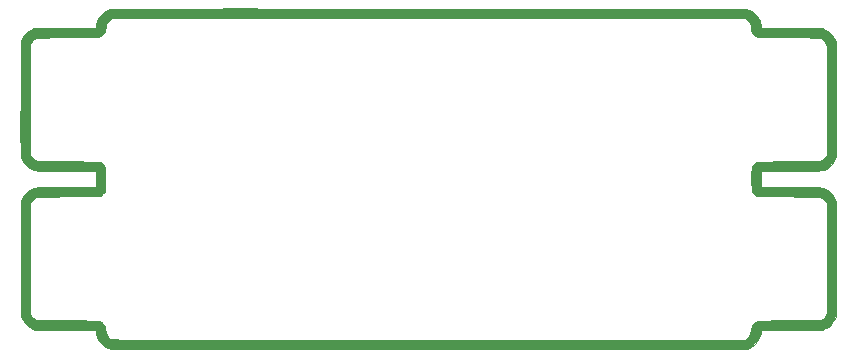
<source format=gbr>
G04 #@! TF.GenerationSoftware,KiCad,Pcbnew,5.0.2-bee76a0~70~ubuntu18.04.1*
G04 #@! TF.CreationDate,2019-04-15T09:41:49+02:00*
G04 #@! TF.ProjectId,DIMMTop,44494d4d-546f-4702-9e6b-696361645f70,rev?*
G04 #@! TF.SameCoordinates,Original*
G04 #@! TF.FileFunction,Copper,L1,Top*
G04 #@! TF.FilePolarity,Positive*
%FSLAX46Y46*%
G04 Gerber Fmt 4.6, Leading zero omitted, Abs format (unit mm)*
G04 Created by KiCad (PCBNEW 5.0.2-bee76a0~70~ubuntu18.04.1) date Mo 15 Apr 2019 09:41:49 CEST*
%MOMM*%
%LPD*%
G01*
G04 APERTURE LIST*
G04 #@! TA.AperFunction,EtchedComponent*
%ADD10C,0.010000*%
G04 #@! TD*
G04 APERTURE END LIST*
D10*
G04 #@! TO.C,G\002A\002A\002A*
G36*
X85003540Y-86554398D02*
X86100491Y-86554536D01*
X87263465Y-86554762D01*
X88494425Y-86555068D01*
X89795333Y-86555450D01*
X91168151Y-86555903D01*
X92614840Y-86556421D01*
X94137364Y-86556998D01*
X95737683Y-86557630D01*
X97417761Y-86558311D01*
X99179560Y-86559035D01*
X100094666Y-86559413D01*
X126912833Y-86570500D01*
X127166521Y-86672635D01*
X127394509Y-86797670D01*
X127621804Y-86979757D01*
X127823069Y-87194945D01*
X127972965Y-87419285D01*
X127987892Y-87448985D01*
X128048894Y-87605120D01*
X128104101Y-87795375D01*
X128131531Y-87924009D01*
X128178443Y-88197881D01*
X130784138Y-88209691D01*
X133389833Y-88221500D01*
X133625835Y-88337484D01*
X133914191Y-88522725D01*
X134167741Y-88770803D01*
X134366408Y-89061182D01*
X134402168Y-89131667D01*
X134532833Y-89406834D01*
X134544318Y-94148167D01*
X134546069Y-94883193D01*
X134547515Y-95538444D01*
X134548581Y-96118815D01*
X134549197Y-96629196D01*
X134549290Y-97074481D01*
X134548787Y-97459562D01*
X134547617Y-97789331D01*
X134545707Y-98068681D01*
X134542985Y-98302504D01*
X134539379Y-98495693D01*
X134534817Y-98653140D01*
X134529227Y-98779738D01*
X134522536Y-98880379D01*
X134514672Y-98959956D01*
X134505563Y-99023360D01*
X134495136Y-99075485D01*
X134483321Y-99121223D01*
X134470292Y-99164667D01*
X134323126Y-99501405D01*
X134107024Y-99790088D01*
X133824632Y-100027882D01*
X133503105Y-100201616D01*
X133459225Y-100219176D01*
X133411280Y-100234187D01*
X133352500Y-100246886D01*
X133276115Y-100257510D01*
X133175358Y-100266297D01*
X133043457Y-100273483D01*
X132873644Y-100279306D01*
X132659149Y-100284002D01*
X132393202Y-100287809D01*
X132069035Y-100290965D01*
X131679878Y-100293705D01*
X131218960Y-100296268D01*
X130733416Y-100298636D01*
X128161666Y-100310771D01*
X128161666Y-101662334D01*
X130629272Y-101662334D01*
X131183002Y-101662475D01*
X131659018Y-101663313D01*
X132064273Y-101665471D01*
X132405721Y-101669571D01*
X132690314Y-101676236D01*
X132925006Y-101686088D01*
X133116748Y-101699749D01*
X133272496Y-101717842D01*
X133399200Y-101740990D01*
X133503815Y-101769814D01*
X133593293Y-101804938D01*
X133674587Y-101846984D01*
X133754651Y-101896574D01*
X133832806Y-101949127D01*
X134107544Y-102184848D01*
X134323091Y-102472062D01*
X134468170Y-102795641D01*
X134471187Y-102805334D01*
X134484301Y-102849736D01*
X134495969Y-102896053D01*
X134506262Y-102949178D01*
X134515251Y-103014004D01*
X134523007Y-103095424D01*
X134529603Y-103198330D01*
X134535109Y-103327616D01*
X134539596Y-103488175D01*
X134543137Y-103684899D01*
X134545801Y-103922682D01*
X134547662Y-104206416D01*
X134548789Y-104540994D01*
X134549254Y-104931310D01*
X134549129Y-105382256D01*
X134548485Y-105898725D01*
X134547393Y-106485611D01*
X134545925Y-107147805D01*
X134544318Y-107821834D01*
X134532833Y-112563167D01*
X134402168Y-112838334D01*
X134218935Y-113135525D01*
X133976210Y-113395131D01*
X133694070Y-113596616D01*
X133625835Y-113632517D01*
X133389833Y-113748500D01*
X130784138Y-113760310D01*
X128178443Y-113772119D01*
X128131531Y-114045992D01*
X128030440Y-114407789D01*
X127862188Y-114726154D01*
X127633527Y-114993468D01*
X127351213Y-115202112D01*
X127021999Y-115344468D01*
X126966342Y-115360340D01*
X126941933Y-115364399D01*
X126898673Y-115368273D01*
X126834710Y-115371965D01*
X126748192Y-115375480D01*
X126637269Y-115378821D01*
X126500087Y-115381993D01*
X126334795Y-115384999D01*
X126139541Y-115387844D01*
X125912473Y-115390530D01*
X125651739Y-115393063D01*
X125355489Y-115395446D01*
X125021869Y-115397683D01*
X124649027Y-115399778D01*
X124235113Y-115401736D01*
X123778274Y-115403559D01*
X123276659Y-115405251D01*
X122728415Y-115406818D01*
X122131691Y-115408262D01*
X121484634Y-115409589D01*
X120785394Y-115410800D01*
X120032118Y-115411902D01*
X119222954Y-115412896D01*
X118356050Y-115413789D01*
X117429556Y-115414582D01*
X116441618Y-115415281D01*
X115390385Y-115415890D01*
X114274006Y-115416411D01*
X113090627Y-115416850D01*
X111838399Y-115417210D01*
X110515467Y-115417495D01*
X109119982Y-115417708D01*
X107650091Y-115417855D01*
X106103941Y-115417939D01*
X104479683Y-115417964D01*
X102775462Y-115417933D01*
X100989428Y-115417851D01*
X99988833Y-115417787D01*
X98187218Y-115417658D01*
X96468308Y-115417525D01*
X94830138Y-115417382D01*
X93270747Y-115417223D01*
X91788172Y-115417042D01*
X90380450Y-115416832D01*
X89045619Y-115416588D01*
X87781715Y-115416304D01*
X86586776Y-115415972D01*
X85458839Y-115415588D01*
X84395942Y-115415145D01*
X83396121Y-115414637D01*
X82457415Y-115414058D01*
X81577860Y-115413402D01*
X80755493Y-115412662D01*
X79988353Y-115411832D01*
X79274476Y-115410907D01*
X78611899Y-115409880D01*
X77998660Y-115408745D01*
X77432796Y-115407495D01*
X76912344Y-115406126D01*
X76435342Y-115404631D01*
X75999827Y-115403003D01*
X75603837Y-115401236D01*
X75245407Y-115399325D01*
X74922577Y-115397263D01*
X74633382Y-115395044D01*
X74375861Y-115392661D01*
X74148051Y-115390110D01*
X73947988Y-115387384D01*
X73773711Y-115384476D01*
X73623256Y-115381380D01*
X73494661Y-115378091D01*
X73385963Y-115374602D01*
X73295199Y-115370907D01*
X73220407Y-115367000D01*
X73159623Y-115362875D01*
X73110886Y-115358525D01*
X73072233Y-115353945D01*
X73041700Y-115349129D01*
X73017325Y-115344070D01*
X72997146Y-115338762D01*
X72980166Y-115333513D01*
X72647468Y-115183233D01*
X72365087Y-114968177D01*
X72138990Y-114695692D01*
X71975142Y-114373122D01*
X71879510Y-114007812D01*
X71874302Y-113971981D01*
X71847162Y-113772128D01*
X66630166Y-113748500D01*
X66394164Y-113632517D01*
X66105808Y-113447276D01*
X65852258Y-113199197D01*
X65653591Y-112908819D01*
X65617831Y-112838334D01*
X65487166Y-112563167D01*
X65487166Y-102868834D01*
X65584855Y-102658550D01*
X65772990Y-102345264D01*
X66020273Y-102075841D01*
X66201689Y-101936035D01*
X66285773Y-101881503D01*
X66365261Y-101834741D01*
X66447110Y-101795153D01*
X66538277Y-101762141D01*
X66645719Y-101735107D01*
X66776395Y-101713456D01*
X66937262Y-101696589D01*
X67135277Y-101683910D01*
X67377397Y-101674821D01*
X67670581Y-101668726D01*
X68021786Y-101665026D01*
X68437969Y-101663126D01*
X68926087Y-101662428D01*
X69390727Y-101662334D01*
X71858333Y-101662334D01*
X71858333Y-100307667D01*
X69390727Y-100307667D01*
X68837698Y-100307517D01*
X68362372Y-100306666D01*
X67957783Y-100304511D01*
X67616966Y-100300449D01*
X67332957Y-100293877D01*
X67098791Y-100284192D01*
X66907504Y-100270791D01*
X66752131Y-100253071D01*
X66625707Y-100230430D01*
X66521268Y-100202264D01*
X66431849Y-100167971D01*
X66350484Y-100126948D01*
X66270211Y-100078591D01*
X66197602Y-100031252D01*
X65924966Y-99803295D01*
X65708435Y-99522518D01*
X65560739Y-99205816D01*
X65549868Y-99171580D01*
X65536593Y-99126292D01*
X65524780Y-99079561D01*
X65514358Y-99026488D01*
X65505254Y-98962173D01*
X65497396Y-98881717D01*
X65490712Y-98780221D01*
X65485129Y-98652785D01*
X65480575Y-98494510D01*
X65476977Y-98300496D01*
X65474264Y-98065845D01*
X65472363Y-97785657D01*
X65471201Y-97455032D01*
X65470706Y-97069071D01*
X65470806Y-96622875D01*
X65471428Y-96111544D01*
X65472501Y-95530179D01*
X65473951Y-94873882D01*
X65475681Y-94148167D01*
X65479580Y-92538183D01*
X66275752Y-92538183D01*
X66276416Y-93234204D01*
X66277972Y-94011833D01*
X66278840Y-94345617D01*
X66291500Y-98945734D01*
X66418500Y-99125513D01*
X66530395Y-99252734D01*
X66663437Y-99362512D01*
X66714833Y-99393730D01*
X66751425Y-99411741D01*
X66791396Y-99427198D01*
X66841328Y-99440356D01*
X66907797Y-99451470D01*
X66997385Y-99460797D01*
X67116669Y-99468592D01*
X67272230Y-99475111D01*
X67470646Y-99480608D01*
X67718496Y-99485340D01*
X68022360Y-99489563D01*
X68388816Y-99493530D01*
X68824445Y-99497499D01*
X69335825Y-99501724D01*
X69536700Y-99503334D01*
X72189233Y-99524500D01*
X72347410Y-99652561D01*
X72444416Y-99735030D01*
X72519208Y-99813936D01*
X72574662Y-99901443D01*
X72613657Y-100009717D01*
X72639072Y-100150922D01*
X72653784Y-100337225D01*
X72660673Y-100580788D01*
X72662616Y-100893779D01*
X72662666Y-100985000D01*
X72661515Y-101317396D01*
X72656144Y-101577301D01*
X72643673Y-101776879D01*
X72621225Y-101928298D01*
X72585921Y-102043720D01*
X72534884Y-102135312D01*
X72465235Y-102215238D01*
X72374095Y-102295664D01*
X72347410Y-102317440D01*
X72189233Y-102445500D01*
X69536700Y-102466667D01*
X68996863Y-102471045D01*
X68535113Y-102475075D01*
X68144868Y-102479014D01*
X67819550Y-102483117D01*
X67552580Y-102487639D01*
X67337379Y-102492835D01*
X67167367Y-102498962D01*
X67035966Y-102506275D01*
X66936596Y-102515030D01*
X66862677Y-102525481D01*
X66807631Y-102537885D01*
X66764879Y-102552496D01*
X66727841Y-102569572D01*
X66714833Y-102576270D01*
X66585997Y-102666939D01*
X66459904Y-102791710D01*
X66418500Y-102844487D01*
X66291500Y-103024267D01*
X66278840Y-107624383D01*
X66276931Y-108435207D01*
X66275909Y-109163551D01*
X66275789Y-109811600D01*
X66276586Y-110381537D01*
X66278316Y-110875545D01*
X66280995Y-111295808D01*
X66284637Y-111644509D01*
X66289259Y-111923831D01*
X66294875Y-112135958D01*
X66301502Y-112283074D01*
X66309154Y-112367361D01*
X66312499Y-112383952D01*
X66394673Y-112559498D01*
X66525866Y-112728638D01*
X66680155Y-112861390D01*
X66765728Y-112908139D01*
X66810400Y-112920516D01*
X66884561Y-112931075D01*
X66994128Y-112939943D01*
X67145017Y-112947246D01*
X67343145Y-112953111D01*
X67594426Y-112957665D01*
X67904777Y-112961034D01*
X68280115Y-112963345D01*
X68726355Y-112964724D01*
X69249413Y-112965299D01*
X69437656Y-112965334D01*
X69982236Y-112965472D01*
X70448824Y-112966158D01*
X70844094Y-112967802D01*
X71174721Y-112970812D01*
X71447379Y-112975597D01*
X71668743Y-112982565D01*
X71845486Y-112992125D01*
X71984284Y-113004685D01*
X72091810Y-113020655D01*
X72174739Y-113040443D01*
X72239746Y-113064458D01*
X72293505Y-113093108D01*
X72342690Y-113126802D01*
X72366333Y-113144656D01*
X72494385Y-113276126D01*
X72596854Y-113442036D01*
X72655360Y-113609356D01*
X72662449Y-113676837D01*
X72694755Y-113934996D01*
X72783951Y-114171225D01*
X72919676Y-114369012D01*
X73091571Y-114511846D01*
X73221949Y-114568617D01*
X73274005Y-114571419D01*
X73409715Y-114574111D01*
X73628067Y-114576691D01*
X73928049Y-114579157D01*
X74308649Y-114581509D01*
X74768855Y-114583746D01*
X75307653Y-114585865D01*
X75924033Y-114587866D01*
X76616982Y-114589748D01*
X77385487Y-114591508D01*
X78228536Y-114593147D01*
X79145118Y-114594662D01*
X80134220Y-114596053D01*
X81194829Y-114597318D01*
X82325934Y-114598456D01*
X83526522Y-114599466D01*
X84795581Y-114600346D01*
X86132099Y-114601095D01*
X87535064Y-114601712D01*
X89003463Y-114602196D01*
X90536284Y-114602545D01*
X92132515Y-114602758D01*
X93791144Y-114602834D01*
X95511158Y-114602772D01*
X97291546Y-114602570D01*
X99131294Y-114602227D01*
X100080437Y-114602001D01*
X126799707Y-114595167D01*
X126979500Y-114468167D01*
X127160818Y-114298550D01*
X127279106Y-114085443D01*
X127340681Y-113816978D01*
X127344329Y-113782876D01*
X127403694Y-113500167D01*
X127522360Y-113277222D01*
X127701926Y-113111839D01*
X127903400Y-113014962D01*
X127964777Y-113003545D01*
X128080400Y-112993774D01*
X128254189Y-112985576D01*
X128490066Y-112978879D01*
X128791954Y-112973610D01*
X129163773Y-112969697D01*
X129609445Y-112967067D01*
X130132893Y-112965648D01*
X130582343Y-112965334D01*
X131131741Y-112964994D01*
X131602390Y-112963891D01*
X132000207Y-112961898D01*
X132331109Y-112958888D01*
X132601010Y-112954735D01*
X132815827Y-112949311D01*
X132981476Y-112942491D01*
X133103873Y-112934148D01*
X133188934Y-112924154D01*
X133242576Y-112912384D01*
X133254271Y-112908139D01*
X133410205Y-112808300D01*
X133557346Y-112655528D01*
X133669772Y-112479809D01*
X133707500Y-112383952D01*
X133715566Y-112324142D01*
X133722600Y-112202375D01*
X133728618Y-112016468D01*
X133733635Y-111764237D01*
X133737666Y-111443500D01*
X133740728Y-111052073D01*
X133742835Y-110587773D01*
X133744003Y-110048415D01*
X133744247Y-109431817D01*
X133743583Y-108735796D01*
X133742027Y-107958168D01*
X133741159Y-107624383D01*
X133728500Y-103024267D01*
X133601500Y-102844487D01*
X133489604Y-102717266D01*
X133356562Y-102607489D01*
X133305166Y-102576270D01*
X133268574Y-102558259D01*
X133228603Y-102542803D01*
X133178671Y-102529645D01*
X133112202Y-102518530D01*
X133022614Y-102509203D01*
X132903330Y-102501408D01*
X132747769Y-102494889D01*
X132549353Y-102489392D01*
X132301503Y-102484660D01*
X131997639Y-102480438D01*
X131631183Y-102476470D01*
X131195554Y-102472501D01*
X130684174Y-102468276D01*
X130483299Y-102466667D01*
X127830766Y-102445500D01*
X127672589Y-102317440D01*
X127575583Y-102234970D01*
X127500791Y-102156064D01*
X127445337Y-102068557D01*
X127406342Y-101960283D01*
X127380927Y-101819078D01*
X127366215Y-101632776D01*
X127359326Y-101389212D01*
X127357383Y-101076221D01*
X127357333Y-100985000D01*
X127358484Y-100652604D01*
X127363855Y-100392700D01*
X127376326Y-100193121D01*
X127398774Y-100041703D01*
X127434078Y-99926280D01*
X127485115Y-99834689D01*
X127554764Y-99754762D01*
X127645904Y-99674337D01*
X127672589Y-99652561D01*
X127830766Y-99524500D01*
X130483299Y-99503334D01*
X131023136Y-99498956D01*
X131484886Y-99494925D01*
X131875131Y-99490986D01*
X132200449Y-99486884D01*
X132467419Y-99482362D01*
X132682620Y-99477165D01*
X132852632Y-99471038D01*
X132984033Y-99463725D01*
X133083403Y-99454971D01*
X133157322Y-99444520D01*
X133212368Y-99432116D01*
X133255120Y-99417504D01*
X133292158Y-99400428D01*
X133305166Y-99393730D01*
X133434002Y-99303061D01*
X133560095Y-99178290D01*
X133601500Y-99125513D01*
X133728500Y-98945734D01*
X133741159Y-94345617D01*
X133743068Y-93534794D01*
X133744090Y-92806449D01*
X133744210Y-92158401D01*
X133743413Y-91588464D01*
X133741683Y-91094456D01*
X133739004Y-90674193D01*
X133735362Y-90325492D01*
X133730740Y-90046169D01*
X133725124Y-89834042D01*
X133718497Y-89686926D01*
X133710845Y-89602639D01*
X133707500Y-89586048D01*
X133625326Y-89410503D01*
X133494133Y-89241362D01*
X133339844Y-89108610D01*
X133254271Y-89061861D01*
X133209599Y-89049484D01*
X133135438Y-89038925D01*
X133025871Y-89030058D01*
X132874982Y-89022754D01*
X132676854Y-89016889D01*
X132425573Y-89012336D01*
X132115222Y-89008967D01*
X131739884Y-89006656D01*
X131293644Y-89005276D01*
X130770586Y-89004701D01*
X130582343Y-89004667D01*
X130037763Y-89004529D01*
X129571175Y-89003842D01*
X129175905Y-89002198D01*
X128845278Y-88999188D01*
X128572620Y-88994403D01*
X128351256Y-88987435D01*
X128174513Y-88977876D01*
X128035715Y-88965315D01*
X127928189Y-88949345D01*
X127845260Y-88929557D01*
X127780253Y-88905542D01*
X127726494Y-88876892D01*
X127677309Y-88843199D01*
X127653666Y-88825345D01*
X127525614Y-88693874D01*
X127423145Y-88527964D01*
X127364639Y-88360644D01*
X127357550Y-88293163D01*
X127324611Y-88026559D01*
X127232975Y-87787553D01*
X127092130Y-87590952D01*
X126911564Y-87451563D01*
X126785833Y-87400919D01*
X126732117Y-87397701D01*
X126596503Y-87394589D01*
X126381756Y-87391585D01*
X126090646Y-87388687D01*
X125725940Y-87385897D01*
X125290404Y-87383213D01*
X124786808Y-87380636D01*
X124217917Y-87378166D01*
X123586500Y-87375804D01*
X122895325Y-87373548D01*
X122147158Y-87371399D01*
X121344768Y-87369357D01*
X120490922Y-87367422D01*
X119588387Y-87365594D01*
X118639931Y-87363873D01*
X117648322Y-87362258D01*
X116616326Y-87360751D01*
X115546713Y-87359351D01*
X114442248Y-87358058D01*
X113305701Y-87356871D01*
X112139837Y-87355792D01*
X110947426Y-87354819D01*
X109731234Y-87353954D01*
X108494028Y-87353195D01*
X107238578Y-87352544D01*
X105967649Y-87351999D01*
X104684010Y-87351561D01*
X103390427Y-87351230D01*
X102089670Y-87351007D01*
X100784504Y-87350890D01*
X99477699Y-87350880D01*
X98172020Y-87350977D01*
X96870237Y-87351181D01*
X95575115Y-87351492D01*
X94289424Y-87351910D01*
X93015930Y-87352435D01*
X91757401Y-87353066D01*
X90516605Y-87353805D01*
X89296308Y-87354651D01*
X88099280Y-87355603D01*
X86928286Y-87356663D01*
X85786095Y-87357830D01*
X84675474Y-87359103D01*
X83599191Y-87360484D01*
X82560014Y-87361971D01*
X81560709Y-87363565D01*
X80604045Y-87365267D01*
X79692789Y-87367075D01*
X78829708Y-87368990D01*
X78017570Y-87371012D01*
X77259143Y-87373141D01*
X76557194Y-87375377D01*
X75914491Y-87377720D01*
X75333800Y-87380170D01*
X74817891Y-87382727D01*
X74369530Y-87385391D01*
X73991485Y-87388162D01*
X73686523Y-87391040D01*
X73457412Y-87394024D01*
X73306920Y-87397116D01*
X73237813Y-87400315D01*
X73234166Y-87400919D01*
X73033483Y-87498262D01*
X72867255Y-87661919D01*
X72744729Y-87877373D01*
X72675155Y-88130112D01*
X72662666Y-88297839D01*
X72632016Y-88440851D01*
X72552473Y-88602821D01*
X72442653Y-88751601D01*
X72351424Y-88835334D01*
X72303573Y-88868348D01*
X72253941Y-88896581D01*
X72195840Y-88920413D01*
X72122582Y-88940231D01*
X72027480Y-88956415D01*
X71903846Y-88969351D01*
X71744993Y-88979422D01*
X71544232Y-88987011D01*
X71294876Y-88992502D01*
X70990237Y-88996277D01*
X70623628Y-88998722D01*
X70188361Y-89000218D01*
X69677749Y-89001150D01*
X69454556Y-89001446D01*
X68902661Y-89002484D01*
X68429563Y-89004188D01*
X68029395Y-89006691D01*
X67696290Y-89010123D01*
X67424380Y-89014618D01*
X67207798Y-89020306D01*
X67040676Y-89027320D01*
X66917147Y-89035791D01*
X66831343Y-89045851D01*
X66777398Y-89057632D01*
X66765728Y-89061861D01*
X66609794Y-89161701D01*
X66462653Y-89314472D01*
X66350227Y-89490192D01*
X66312499Y-89586048D01*
X66304433Y-89645859D01*
X66297399Y-89767626D01*
X66291381Y-89953533D01*
X66286364Y-90205763D01*
X66282333Y-90526500D01*
X66279271Y-90917927D01*
X66277164Y-91382228D01*
X66275996Y-91921585D01*
X66275752Y-92538183D01*
X65479580Y-92538183D01*
X65487166Y-89406834D01*
X65617831Y-89131667D01*
X65801064Y-88834476D01*
X66043789Y-88574869D01*
X66325929Y-88373384D01*
X66394164Y-88337484D01*
X66630166Y-88221500D01*
X69238664Y-88209686D01*
X71847162Y-88197873D01*
X71874302Y-87998020D01*
X71963373Y-87627490D01*
X72120979Y-87300877D01*
X72341732Y-87024707D01*
X72620239Y-86805509D01*
X72951112Y-86649807D01*
X73001333Y-86633439D01*
X73020252Y-86627715D01*
X73040445Y-86622255D01*
X73063873Y-86617053D01*
X73092500Y-86612104D01*
X73128288Y-86607401D01*
X73173197Y-86602941D01*
X73229191Y-86598718D01*
X73298231Y-86594725D01*
X73382281Y-86590959D01*
X73483300Y-86587413D01*
X73603253Y-86584083D01*
X73744101Y-86580962D01*
X73907806Y-86578045D01*
X74096330Y-86575328D01*
X74311635Y-86572805D01*
X74555684Y-86570469D01*
X74830438Y-86568317D01*
X75137860Y-86566343D01*
X75479912Y-86564541D01*
X75858556Y-86562905D01*
X76275753Y-86561432D01*
X76733467Y-86560114D01*
X77233658Y-86558947D01*
X77778291Y-86557926D01*
X78369325Y-86557045D01*
X79008724Y-86556299D01*
X79698450Y-86555682D01*
X80440464Y-86555189D01*
X81236729Y-86554815D01*
X82089207Y-86554554D01*
X82999860Y-86554401D01*
X83970650Y-86554351D01*
X85003540Y-86554398D01*
X85003540Y-86554398D01*
G37*
X85003540Y-86554398D02*
X86100491Y-86554536D01*
X87263465Y-86554762D01*
X88494425Y-86555068D01*
X89795333Y-86555450D01*
X91168151Y-86555903D01*
X92614840Y-86556421D01*
X94137364Y-86556998D01*
X95737683Y-86557630D01*
X97417761Y-86558311D01*
X99179560Y-86559035D01*
X100094666Y-86559413D01*
X126912833Y-86570500D01*
X127166521Y-86672635D01*
X127394509Y-86797670D01*
X127621804Y-86979757D01*
X127823069Y-87194945D01*
X127972965Y-87419285D01*
X127987892Y-87448985D01*
X128048894Y-87605120D01*
X128104101Y-87795375D01*
X128131531Y-87924009D01*
X128178443Y-88197881D01*
X130784138Y-88209691D01*
X133389833Y-88221500D01*
X133625835Y-88337484D01*
X133914191Y-88522725D01*
X134167741Y-88770803D01*
X134366408Y-89061182D01*
X134402168Y-89131667D01*
X134532833Y-89406834D01*
X134544318Y-94148167D01*
X134546069Y-94883193D01*
X134547515Y-95538444D01*
X134548581Y-96118815D01*
X134549197Y-96629196D01*
X134549290Y-97074481D01*
X134548787Y-97459562D01*
X134547617Y-97789331D01*
X134545707Y-98068681D01*
X134542985Y-98302504D01*
X134539379Y-98495693D01*
X134534817Y-98653140D01*
X134529227Y-98779738D01*
X134522536Y-98880379D01*
X134514672Y-98959956D01*
X134505563Y-99023360D01*
X134495136Y-99075485D01*
X134483321Y-99121223D01*
X134470292Y-99164667D01*
X134323126Y-99501405D01*
X134107024Y-99790088D01*
X133824632Y-100027882D01*
X133503105Y-100201616D01*
X133459225Y-100219176D01*
X133411280Y-100234187D01*
X133352500Y-100246886D01*
X133276115Y-100257510D01*
X133175358Y-100266297D01*
X133043457Y-100273483D01*
X132873644Y-100279306D01*
X132659149Y-100284002D01*
X132393202Y-100287809D01*
X132069035Y-100290965D01*
X131679878Y-100293705D01*
X131218960Y-100296268D01*
X130733416Y-100298636D01*
X128161666Y-100310771D01*
X128161666Y-101662334D01*
X130629272Y-101662334D01*
X131183002Y-101662475D01*
X131659018Y-101663313D01*
X132064273Y-101665471D01*
X132405721Y-101669571D01*
X132690314Y-101676236D01*
X132925006Y-101686088D01*
X133116748Y-101699749D01*
X133272496Y-101717842D01*
X133399200Y-101740990D01*
X133503815Y-101769814D01*
X133593293Y-101804938D01*
X133674587Y-101846984D01*
X133754651Y-101896574D01*
X133832806Y-101949127D01*
X134107544Y-102184848D01*
X134323091Y-102472062D01*
X134468170Y-102795641D01*
X134471187Y-102805334D01*
X134484301Y-102849736D01*
X134495969Y-102896053D01*
X134506262Y-102949178D01*
X134515251Y-103014004D01*
X134523007Y-103095424D01*
X134529603Y-103198330D01*
X134535109Y-103327616D01*
X134539596Y-103488175D01*
X134543137Y-103684899D01*
X134545801Y-103922682D01*
X134547662Y-104206416D01*
X134548789Y-104540994D01*
X134549254Y-104931310D01*
X134549129Y-105382256D01*
X134548485Y-105898725D01*
X134547393Y-106485611D01*
X134545925Y-107147805D01*
X134544318Y-107821834D01*
X134532833Y-112563167D01*
X134402168Y-112838334D01*
X134218935Y-113135525D01*
X133976210Y-113395131D01*
X133694070Y-113596616D01*
X133625835Y-113632517D01*
X133389833Y-113748500D01*
X130784138Y-113760310D01*
X128178443Y-113772119D01*
X128131531Y-114045992D01*
X128030440Y-114407789D01*
X127862188Y-114726154D01*
X127633527Y-114993468D01*
X127351213Y-115202112D01*
X127021999Y-115344468D01*
X126966342Y-115360340D01*
X126941933Y-115364399D01*
X126898673Y-115368273D01*
X126834710Y-115371965D01*
X126748192Y-115375480D01*
X126637269Y-115378821D01*
X126500087Y-115381993D01*
X126334795Y-115384999D01*
X126139541Y-115387844D01*
X125912473Y-115390530D01*
X125651739Y-115393063D01*
X125355489Y-115395446D01*
X125021869Y-115397683D01*
X124649027Y-115399778D01*
X124235113Y-115401736D01*
X123778274Y-115403559D01*
X123276659Y-115405251D01*
X122728415Y-115406818D01*
X122131691Y-115408262D01*
X121484634Y-115409589D01*
X120785394Y-115410800D01*
X120032118Y-115411902D01*
X119222954Y-115412896D01*
X118356050Y-115413789D01*
X117429556Y-115414582D01*
X116441618Y-115415281D01*
X115390385Y-115415890D01*
X114274006Y-115416411D01*
X113090627Y-115416850D01*
X111838399Y-115417210D01*
X110515467Y-115417495D01*
X109119982Y-115417708D01*
X107650091Y-115417855D01*
X106103941Y-115417939D01*
X104479683Y-115417964D01*
X102775462Y-115417933D01*
X100989428Y-115417851D01*
X99988833Y-115417787D01*
X98187218Y-115417658D01*
X96468308Y-115417525D01*
X94830138Y-115417382D01*
X93270747Y-115417223D01*
X91788172Y-115417042D01*
X90380450Y-115416832D01*
X89045619Y-115416588D01*
X87781715Y-115416304D01*
X86586776Y-115415972D01*
X85458839Y-115415588D01*
X84395942Y-115415145D01*
X83396121Y-115414637D01*
X82457415Y-115414058D01*
X81577860Y-115413402D01*
X80755493Y-115412662D01*
X79988353Y-115411832D01*
X79274476Y-115410907D01*
X78611899Y-115409880D01*
X77998660Y-115408745D01*
X77432796Y-115407495D01*
X76912344Y-115406126D01*
X76435342Y-115404631D01*
X75999827Y-115403003D01*
X75603837Y-115401236D01*
X75245407Y-115399325D01*
X74922577Y-115397263D01*
X74633382Y-115395044D01*
X74375861Y-115392661D01*
X74148051Y-115390110D01*
X73947988Y-115387384D01*
X73773711Y-115384476D01*
X73623256Y-115381380D01*
X73494661Y-115378091D01*
X73385963Y-115374602D01*
X73295199Y-115370907D01*
X73220407Y-115367000D01*
X73159623Y-115362875D01*
X73110886Y-115358525D01*
X73072233Y-115353945D01*
X73041700Y-115349129D01*
X73017325Y-115344070D01*
X72997146Y-115338762D01*
X72980166Y-115333513D01*
X72647468Y-115183233D01*
X72365087Y-114968177D01*
X72138990Y-114695692D01*
X71975142Y-114373122D01*
X71879510Y-114007812D01*
X71874302Y-113971981D01*
X71847162Y-113772128D01*
X66630166Y-113748500D01*
X66394164Y-113632517D01*
X66105808Y-113447276D01*
X65852258Y-113199197D01*
X65653591Y-112908819D01*
X65617831Y-112838334D01*
X65487166Y-112563167D01*
X65487166Y-102868834D01*
X65584855Y-102658550D01*
X65772990Y-102345264D01*
X66020273Y-102075841D01*
X66201689Y-101936035D01*
X66285773Y-101881503D01*
X66365261Y-101834741D01*
X66447110Y-101795153D01*
X66538277Y-101762141D01*
X66645719Y-101735107D01*
X66776395Y-101713456D01*
X66937262Y-101696589D01*
X67135277Y-101683910D01*
X67377397Y-101674821D01*
X67670581Y-101668726D01*
X68021786Y-101665026D01*
X68437969Y-101663126D01*
X68926087Y-101662428D01*
X69390727Y-101662334D01*
X71858333Y-101662334D01*
X71858333Y-100307667D01*
X69390727Y-100307667D01*
X68837698Y-100307517D01*
X68362372Y-100306666D01*
X67957783Y-100304511D01*
X67616966Y-100300449D01*
X67332957Y-100293877D01*
X67098791Y-100284192D01*
X66907504Y-100270791D01*
X66752131Y-100253071D01*
X66625707Y-100230430D01*
X66521268Y-100202264D01*
X66431849Y-100167971D01*
X66350484Y-100126948D01*
X66270211Y-100078591D01*
X66197602Y-100031252D01*
X65924966Y-99803295D01*
X65708435Y-99522518D01*
X65560739Y-99205816D01*
X65549868Y-99171580D01*
X65536593Y-99126292D01*
X65524780Y-99079561D01*
X65514358Y-99026488D01*
X65505254Y-98962173D01*
X65497396Y-98881717D01*
X65490712Y-98780221D01*
X65485129Y-98652785D01*
X65480575Y-98494510D01*
X65476977Y-98300496D01*
X65474264Y-98065845D01*
X65472363Y-97785657D01*
X65471201Y-97455032D01*
X65470706Y-97069071D01*
X65470806Y-96622875D01*
X65471428Y-96111544D01*
X65472501Y-95530179D01*
X65473951Y-94873882D01*
X65475681Y-94148167D01*
X65479580Y-92538183D01*
X66275752Y-92538183D01*
X66276416Y-93234204D01*
X66277972Y-94011833D01*
X66278840Y-94345617D01*
X66291500Y-98945734D01*
X66418500Y-99125513D01*
X66530395Y-99252734D01*
X66663437Y-99362512D01*
X66714833Y-99393730D01*
X66751425Y-99411741D01*
X66791396Y-99427198D01*
X66841328Y-99440356D01*
X66907797Y-99451470D01*
X66997385Y-99460797D01*
X67116669Y-99468592D01*
X67272230Y-99475111D01*
X67470646Y-99480608D01*
X67718496Y-99485340D01*
X68022360Y-99489563D01*
X68388816Y-99493530D01*
X68824445Y-99497499D01*
X69335825Y-99501724D01*
X69536700Y-99503334D01*
X72189233Y-99524500D01*
X72347410Y-99652561D01*
X72444416Y-99735030D01*
X72519208Y-99813936D01*
X72574662Y-99901443D01*
X72613657Y-100009717D01*
X72639072Y-100150922D01*
X72653784Y-100337225D01*
X72660673Y-100580788D01*
X72662616Y-100893779D01*
X72662666Y-100985000D01*
X72661515Y-101317396D01*
X72656144Y-101577301D01*
X72643673Y-101776879D01*
X72621225Y-101928298D01*
X72585921Y-102043720D01*
X72534884Y-102135312D01*
X72465235Y-102215238D01*
X72374095Y-102295664D01*
X72347410Y-102317440D01*
X72189233Y-102445500D01*
X69536700Y-102466667D01*
X68996863Y-102471045D01*
X68535113Y-102475075D01*
X68144868Y-102479014D01*
X67819550Y-102483117D01*
X67552580Y-102487639D01*
X67337379Y-102492835D01*
X67167367Y-102498962D01*
X67035966Y-102506275D01*
X66936596Y-102515030D01*
X66862677Y-102525481D01*
X66807631Y-102537885D01*
X66764879Y-102552496D01*
X66727841Y-102569572D01*
X66714833Y-102576270D01*
X66585997Y-102666939D01*
X66459904Y-102791710D01*
X66418500Y-102844487D01*
X66291500Y-103024267D01*
X66278840Y-107624383D01*
X66276931Y-108435207D01*
X66275909Y-109163551D01*
X66275789Y-109811600D01*
X66276586Y-110381537D01*
X66278316Y-110875545D01*
X66280995Y-111295808D01*
X66284637Y-111644509D01*
X66289259Y-111923831D01*
X66294875Y-112135958D01*
X66301502Y-112283074D01*
X66309154Y-112367361D01*
X66312499Y-112383952D01*
X66394673Y-112559498D01*
X66525866Y-112728638D01*
X66680155Y-112861390D01*
X66765728Y-112908139D01*
X66810400Y-112920516D01*
X66884561Y-112931075D01*
X66994128Y-112939943D01*
X67145017Y-112947246D01*
X67343145Y-112953111D01*
X67594426Y-112957665D01*
X67904777Y-112961034D01*
X68280115Y-112963345D01*
X68726355Y-112964724D01*
X69249413Y-112965299D01*
X69437656Y-112965334D01*
X69982236Y-112965472D01*
X70448824Y-112966158D01*
X70844094Y-112967802D01*
X71174721Y-112970812D01*
X71447379Y-112975597D01*
X71668743Y-112982565D01*
X71845486Y-112992125D01*
X71984284Y-113004685D01*
X72091810Y-113020655D01*
X72174739Y-113040443D01*
X72239746Y-113064458D01*
X72293505Y-113093108D01*
X72342690Y-113126802D01*
X72366333Y-113144656D01*
X72494385Y-113276126D01*
X72596854Y-113442036D01*
X72655360Y-113609356D01*
X72662449Y-113676837D01*
X72694755Y-113934996D01*
X72783951Y-114171225D01*
X72919676Y-114369012D01*
X73091571Y-114511846D01*
X73221949Y-114568617D01*
X73274005Y-114571419D01*
X73409715Y-114574111D01*
X73628067Y-114576691D01*
X73928049Y-114579157D01*
X74308649Y-114581509D01*
X74768855Y-114583746D01*
X75307653Y-114585865D01*
X75924033Y-114587866D01*
X76616982Y-114589748D01*
X77385487Y-114591508D01*
X78228536Y-114593147D01*
X79145118Y-114594662D01*
X80134220Y-114596053D01*
X81194829Y-114597318D01*
X82325934Y-114598456D01*
X83526522Y-114599466D01*
X84795581Y-114600346D01*
X86132099Y-114601095D01*
X87535064Y-114601712D01*
X89003463Y-114602196D01*
X90536284Y-114602545D01*
X92132515Y-114602758D01*
X93791144Y-114602834D01*
X95511158Y-114602772D01*
X97291546Y-114602570D01*
X99131294Y-114602227D01*
X100080437Y-114602001D01*
X126799707Y-114595167D01*
X126979500Y-114468167D01*
X127160818Y-114298550D01*
X127279106Y-114085443D01*
X127340681Y-113816978D01*
X127344329Y-113782876D01*
X127403694Y-113500167D01*
X127522360Y-113277222D01*
X127701926Y-113111839D01*
X127903400Y-113014962D01*
X127964777Y-113003545D01*
X128080400Y-112993774D01*
X128254189Y-112985576D01*
X128490066Y-112978879D01*
X128791954Y-112973610D01*
X129163773Y-112969697D01*
X129609445Y-112967067D01*
X130132893Y-112965648D01*
X130582343Y-112965334D01*
X131131741Y-112964994D01*
X131602390Y-112963891D01*
X132000207Y-112961898D01*
X132331109Y-112958888D01*
X132601010Y-112954735D01*
X132815827Y-112949311D01*
X132981476Y-112942491D01*
X133103873Y-112934148D01*
X133188934Y-112924154D01*
X133242576Y-112912384D01*
X133254271Y-112908139D01*
X133410205Y-112808300D01*
X133557346Y-112655528D01*
X133669772Y-112479809D01*
X133707500Y-112383952D01*
X133715566Y-112324142D01*
X133722600Y-112202375D01*
X133728618Y-112016468D01*
X133733635Y-111764237D01*
X133737666Y-111443500D01*
X133740728Y-111052073D01*
X133742835Y-110587773D01*
X133744003Y-110048415D01*
X133744247Y-109431817D01*
X133743583Y-108735796D01*
X133742027Y-107958168D01*
X133741159Y-107624383D01*
X133728500Y-103024267D01*
X133601500Y-102844487D01*
X133489604Y-102717266D01*
X133356562Y-102607489D01*
X133305166Y-102576270D01*
X133268574Y-102558259D01*
X133228603Y-102542803D01*
X133178671Y-102529645D01*
X133112202Y-102518530D01*
X133022614Y-102509203D01*
X132903330Y-102501408D01*
X132747769Y-102494889D01*
X132549353Y-102489392D01*
X132301503Y-102484660D01*
X131997639Y-102480438D01*
X131631183Y-102476470D01*
X131195554Y-102472501D01*
X130684174Y-102468276D01*
X130483299Y-102466667D01*
X127830766Y-102445500D01*
X127672589Y-102317440D01*
X127575583Y-102234970D01*
X127500791Y-102156064D01*
X127445337Y-102068557D01*
X127406342Y-101960283D01*
X127380927Y-101819078D01*
X127366215Y-101632776D01*
X127359326Y-101389212D01*
X127357383Y-101076221D01*
X127357333Y-100985000D01*
X127358484Y-100652604D01*
X127363855Y-100392700D01*
X127376326Y-100193121D01*
X127398774Y-100041703D01*
X127434078Y-99926280D01*
X127485115Y-99834689D01*
X127554764Y-99754762D01*
X127645904Y-99674337D01*
X127672589Y-99652561D01*
X127830766Y-99524500D01*
X130483299Y-99503334D01*
X131023136Y-99498956D01*
X131484886Y-99494925D01*
X131875131Y-99490986D01*
X132200449Y-99486884D01*
X132467419Y-99482362D01*
X132682620Y-99477165D01*
X132852632Y-99471038D01*
X132984033Y-99463725D01*
X133083403Y-99454971D01*
X133157322Y-99444520D01*
X133212368Y-99432116D01*
X133255120Y-99417504D01*
X133292158Y-99400428D01*
X133305166Y-99393730D01*
X133434002Y-99303061D01*
X133560095Y-99178290D01*
X133601500Y-99125513D01*
X133728500Y-98945734D01*
X133741159Y-94345617D01*
X133743068Y-93534794D01*
X133744090Y-92806449D01*
X133744210Y-92158401D01*
X133743413Y-91588464D01*
X133741683Y-91094456D01*
X133739004Y-90674193D01*
X133735362Y-90325492D01*
X133730740Y-90046169D01*
X133725124Y-89834042D01*
X133718497Y-89686926D01*
X133710845Y-89602639D01*
X133707500Y-89586048D01*
X133625326Y-89410503D01*
X133494133Y-89241362D01*
X133339844Y-89108610D01*
X133254271Y-89061861D01*
X133209599Y-89049484D01*
X133135438Y-89038925D01*
X133025871Y-89030058D01*
X132874982Y-89022754D01*
X132676854Y-89016889D01*
X132425573Y-89012336D01*
X132115222Y-89008967D01*
X131739884Y-89006656D01*
X131293644Y-89005276D01*
X130770586Y-89004701D01*
X130582343Y-89004667D01*
X130037763Y-89004529D01*
X129571175Y-89003842D01*
X129175905Y-89002198D01*
X128845278Y-88999188D01*
X128572620Y-88994403D01*
X128351256Y-88987435D01*
X128174513Y-88977876D01*
X128035715Y-88965315D01*
X127928189Y-88949345D01*
X127845260Y-88929557D01*
X127780253Y-88905542D01*
X127726494Y-88876892D01*
X127677309Y-88843199D01*
X127653666Y-88825345D01*
X127525614Y-88693874D01*
X127423145Y-88527964D01*
X127364639Y-88360644D01*
X127357550Y-88293163D01*
X127324611Y-88026559D01*
X127232975Y-87787553D01*
X127092130Y-87590952D01*
X126911564Y-87451563D01*
X126785833Y-87400919D01*
X126732117Y-87397701D01*
X126596503Y-87394589D01*
X126381756Y-87391585D01*
X126090646Y-87388687D01*
X125725940Y-87385897D01*
X125290404Y-87383213D01*
X124786808Y-87380636D01*
X124217917Y-87378166D01*
X123586500Y-87375804D01*
X122895325Y-87373548D01*
X122147158Y-87371399D01*
X121344768Y-87369357D01*
X120490922Y-87367422D01*
X119588387Y-87365594D01*
X118639931Y-87363873D01*
X117648322Y-87362258D01*
X116616326Y-87360751D01*
X115546713Y-87359351D01*
X114442248Y-87358058D01*
X113305701Y-87356871D01*
X112139837Y-87355792D01*
X110947426Y-87354819D01*
X109731234Y-87353954D01*
X108494028Y-87353195D01*
X107238578Y-87352544D01*
X105967649Y-87351999D01*
X104684010Y-87351561D01*
X103390427Y-87351230D01*
X102089670Y-87351007D01*
X100784504Y-87350890D01*
X99477699Y-87350880D01*
X98172020Y-87350977D01*
X96870237Y-87351181D01*
X95575115Y-87351492D01*
X94289424Y-87351910D01*
X93015930Y-87352435D01*
X91757401Y-87353066D01*
X90516605Y-87353805D01*
X89296308Y-87354651D01*
X88099280Y-87355603D01*
X86928286Y-87356663D01*
X85786095Y-87357830D01*
X84675474Y-87359103D01*
X83599191Y-87360484D01*
X82560014Y-87361971D01*
X81560709Y-87363565D01*
X80604045Y-87365267D01*
X79692789Y-87367075D01*
X78829708Y-87368990D01*
X78017570Y-87371012D01*
X77259143Y-87373141D01*
X76557194Y-87375377D01*
X75914491Y-87377720D01*
X75333800Y-87380170D01*
X74817891Y-87382727D01*
X74369530Y-87385391D01*
X73991485Y-87388162D01*
X73686523Y-87391040D01*
X73457412Y-87394024D01*
X73306920Y-87397116D01*
X73237813Y-87400315D01*
X73234166Y-87400919D01*
X73033483Y-87498262D01*
X72867255Y-87661919D01*
X72744729Y-87877373D01*
X72675155Y-88130112D01*
X72662666Y-88297839D01*
X72632016Y-88440851D01*
X72552473Y-88602821D01*
X72442653Y-88751601D01*
X72351424Y-88835334D01*
X72303573Y-88868348D01*
X72253941Y-88896581D01*
X72195840Y-88920413D01*
X72122582Y-88940231D01*
X72027480Y-88956415D01*
X71903846Y-88969351D01*
X71744993Y-88979422D01*
X71544232Y-88987011D01*
X71294876Y-88992502D01*
X70990237Y-88996277D01*
X70623628Y-88998722D01*
X70188361Y-89000218D01*
X69677749Y-89001150D01*
X69454556Y-89001446D01*
X68902661Y-89002484D01*
X68429563Y-89004188D01*
X68029395Y-89006691D01*
X67696290Y-89010123D01*
X67424380Y-89014618D01*
X67207798Y-89020306D01*
X67040676Y-89027320D01*
X66917147Y-89035791D01*
X66831343Y-89045851D01*
X66777398Y-89057632D01*
X66765728Y-89061861D01*
X66609794Y-89161701D01*
X66462653Y-89314472D01*
X66350227Y-89490192D01*
X66312499Y-89586048D01*
X66304433Y-89645859D01*
X66297399Y-89767626D01*
X66291381Y-89953533D01*
X66286364Y-90205763D01*
X66282333Y-90526500D01*
X66279271Y-90917927D01*
X66277164Y-91382228D01*
X66275996Y-91921585D01*
X66275752Y-92538183D01*
X65479580Y-92538183D01*
X65487166Y-89406834D01*
X65617831Y-89131667D01*
X65801064Y-88834476D01*
X66043789Y-88574869D01*
X66325929Y-88373384D01*
X66394164Y-88337484D01*
X66630166Y-88221500D01*
X69238664Y-88209686D01*
X71847162Y-88197873D01*
X71874302Y-87998020D01*
X71963373Y-87627490D01*
X72120979Y-87300877D01*
X72341732Y-87024707D01*
X72620239Y-86805509D01*
X72951112Y-86649807D01*
X73001333Y-86633439D01*
X73020252Y-86627715D01*
X73040445Y-86622255D01*
X73063873Y-86617053D01*
X73092500Y-86612104D01*
X73128288Y-86607401D01*
X73173197Y-86602941D01*
X73229191Y-86598718D01*
X73298231Y-86594725D01*
X73382281Y-86590959D01*
X73483300Y-86587413D01*
X73603253Y-86584083D01*
X73744101Y-86580962D01*
X73907806Y-86578045D01*
X74096330Y-86575328D01*
X74311635Y-86572805D01*
X74555684Y-86570469D01*
X74830438Y-86568317D01*
X75137860Y-86566343D01*
X75479912Y-86564541D01*
X75858556Y-86562905D01*
X76275753Y-86561432D01*
X76733467Y-86560114D01*
X77233658Y-86558947D01*
X77778291Y-86557926D01*
X78369325Y-86557045D01*
X79008724Y-86556299D01*
X79698450Y-86555682D01*
X80440464Y-86555189D01*
X81236729Y-86554815D01*
X82089207Y-86554554D01*
X82999860Y-86554401D01*
X83970650Y-86554351D01*
X85003540Y-86554398D01*
G04 #@! TD*
M02*

</source>
